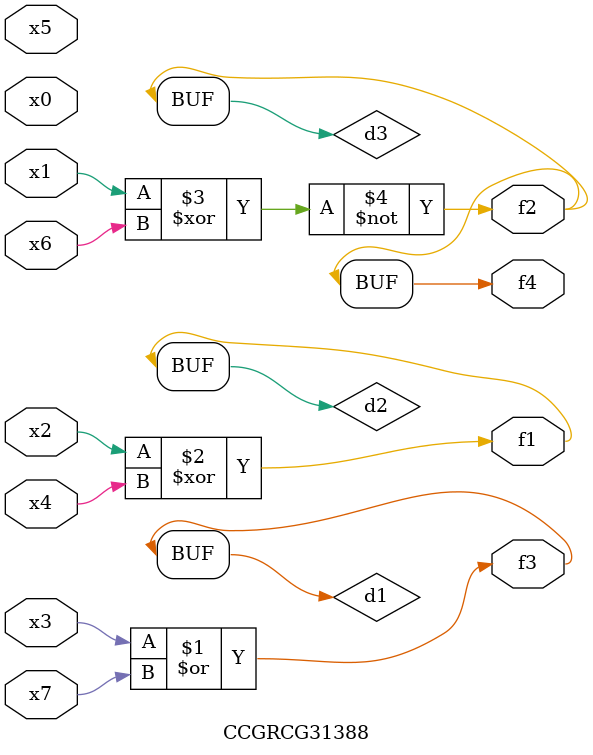
<source format=v>
module CCGRCG31388(
	input x0, x1, x2, x3, x4, x5, x6, x7,
	output f1, f2, f3, f4
);

	wire d1, d2, d3;

	or (d1, x3, x7);
	xor (d2, x2, x4);
	xnor (d3, x1, x6);
	assign f1 = d2;
	assign f2 = d3;
	assign f3 = d1;
	assign f4 = d3;
endmodule

</source>
